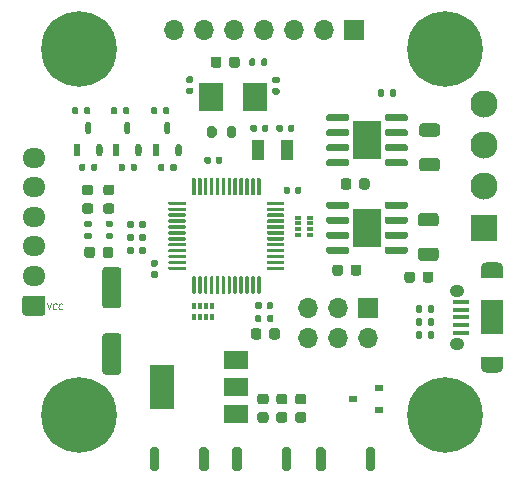
<source format=gbr>
G04 #@! TF.GenerationSoftware,KiCad,Pcbnew,(5.1.7)-1*
G04 #@! TF.CreationDate,2020-12-09T20:39:25+01:00*
G04 #@! TF.ProjectId,Stepper Servo,53746570-7065-4722-9053-6572766f2e6b,v1.0*
G04 #@! TF.SameCoordinates,Original*
G04 #@! TF.FileFunction,Soldermask,Top*
G04 #@! TF.FilePolarity,Negative*
%FSLAX46Y46*%
G04 Gerber Fmt 4.6, Leading zero omitted, Abs format (unit mm)*
G04 Created by KiCad (PCBNEW (5.1.7)-1) date 2020-12-09 20:39:25*
%MOMM*%
%LPD*%
G01*
G04 APERTURE LIST*
%ADD10C,0.100000*%
%ADD11O,1.250000X1.050000*%
%ADD12R,1.350000X0.400000*%
%ADD13O,1.900000X1.000000*%
%ADD14R,1.900000X2.900000*%
%ADD15R,1.900000X0.875000*%
%ADD16C,0.800000*%
%ADD17C,6.400000*%
%ADD18R,0.750001X0.599999*%
%ADD19R,1.700000X1.700000*%
%ADD20O,1.700000X1.700000*%
%ADD21R,2.300000X2.300000*%
%ADD22C,2.300000*%
%ADD23O,1.950000X1.700000*%
%ADD24R,0.537986X1.074609*%
%ADD25R,0.400000X0.500000*%
%ADD26R,0.300000X0.500000*%
%ADD27R,0.500000X0.400000*%
%ADD28R,0.500000X0.300000*%
%ADD29R,2.410000X3.300000*%
%ADD30R,2.000000X3.800000*%
%ADD31R,2.000000X1.500000*%
%ADD32R,1.000000X1.800000*%
%ADD33R,2.000000X2.400000*%
G04 APERTURE END LIST*
D10*
X171543809Y-78026190D02*
X171647976Y-78526190D01*
X171877142Y-78026190D01*
X172272976Y-78478571D02*
X172246190Y-78502380D01*
X172171785Y-78526190D01*
X172124166Y-78526190D01*
X172055714Y-78502380D01*
X172014047Y-78454761D01*
X171996190Y-78407142D01*
X171984285Y-78311904D01*
X171993214Y-78240476D01*
X172028928Y-78145238D01*
X172058690Y-78097619D01*
X172112261Y-78050000D01*
X172186666Y-78026190D01*
X172234285Y-78026190D01*
X172302738Y-78050000D01*
X172323571Y-78073809D01*
X172772976Y-78478571D02*
X172746190Y-78502380D01*
X172671785Y-78526190D01*
X172624166Y-78526190D01*
X172555714Y-78502380D01*
X172514047Y-78454761D01*
X172496190Y-78407142D01*
X172484285Y-78311904D01*
X172493214Y-78240476D01*
X172528928Y-78145238D01*
X172558690Y-78097619D01*
X172612261Y-78050000D01*
X172686666Y-78026190D01*
X172734285Y-78026190D01*
X172802738Y-78050000D01*
X172823571Y-78073809D01*
G36*
G01*
X176450000Y-80550000D02*
X177550000Y-80550000D01*
G75*
G02*
X177800000Y-80800000I0J-250000D01*
G01*
X177800000Y-83800000D01*
G75*
G02*
X177550000Y-84050000I-250000J0D01*
G01*
X176450000Y-84050000D01*
G75*
G02*
X176200000Y-83800000I0J250000D01*
G01*
X176200000Y-80800000D01*
G75*
G02*
X176450000Y-80550000I250000J0D01*
G01*
G37*
G36*
G01*
X176450000Y-74950000D02*
X177550000Y-74950000D01*
G75*
G02*
X177800000Y-75200000I0J-250000D01*
G01*
X177800000Y-78200000D01*
G75*
G02*
X177550000Y-78450000I-250000J0D01*
G01*
X176450000Y-78450000D01*
G75*
G02*
X176200000Y-78200000I0J250000D01*
G01*
X176200000Y-75200000D01*
G75*
G02*
X176450000Y-74950000I250000J0D01*
G01*
G37*
G36*
G01*
X178860000Y-73365000D02*
X178860000Y-73735000D01*
G75*
G02*
X178725000Y-73870000I-135000J0D01*
G01*
X178455000Y-73870000D01*
G75*
G02*
X178320000Y-73735000I0J135000D01*
G01*
X178320000Y-73365000D01*
G75*
G02*
X178455000Y-73230000I135000J0D01*
G01*
X178725000Y-73230000D01*
G75*
G02*
X178860000Y-73365000I0J-135000D01*
G01*
G37*
G36*
G01*
X179880000Y-73365000D02*
X179880000Y-73735000D01*
G75*
G02*
X179745000Y-73870000I-135000J0D01*
G01*
X179475000Y-73870000D01*
G75*
G02*
X179340000Y-73735000I0J135000D01*
G01*
X179340000Y-73365000D01*
G75*
G02*
X179475000Y-73230000I135000J0D01*
G01*
X179745000Y-73230000D01*
G75*
G02*
X179880000Y-73365000I0J-135000D01*
G01*
G37*
G36*
G01*
X179340000Y-71535000D02*
X179340000Y-71165000D01*
G75*
G02*
X179475000Y-71030000I135000J0D01*
G01*
X179745000Y-71030000D01*
G75*
G02*
X179880000Y-71165000I0J-135000D01*
G01*
X179880000Y-71535000D01*
G75*
G02*
X179745000Y-71670000I-135000J0D01*
G01*
X179475000Y-71670000D01*
G75*
G02*
X179340000Y-71535000I0J135000D01*
G01*
G37*
G36*
G01*
X178320000Y-71535000D02*
X178320000Y-71165000D01*
G75*
G02*
X178455000Y-71030000I135000J0D01*
G01*
X178725000Y-71030000D01*
G75*
G02*
X178860000Y-71165000I0J-135000D01*
G01*
X178860000Y-71535000D01*
G75*
G02*
X178725000Y-71670000I-135000J0D01*
G01*
X178455000Y-71670000D01*
G75*
G02*
X178320000Y-71535000I0J135000D01*
G01*
G37*
G36*
G01*
X179340000Y-72635000D02*
X179340000Y-72265000D01*
G75*
G02*
X179475000Y-72130000I135000J0D01*
G01*
X179745000Y-72130000D01*
G75*
G02*
X179880000Y-72265000I0J-135000D01*
G01*
X179880000Y-72635000D01*
G75*
G02*
X179745000Y-72770000I-135000J0D01*
G01*
X179475000Y-72770000D01*
G75*
G02*
X179340000Y-72635000I0J135000D01*
G01*
G37*
G36*
G01*
X178320000Y-72635000D02*
X178320000Y-72265000D01*
G75*
G02*
X178455000Y-72130000I135000J0D01*
G01*
X178725000Y-72130000D01*
G75*
G02*
X178860000Y-72265000I0J-135000D01*
G01*
X178860000Y-72635000D01*
G75*
G02*
X178725000Y-72770000I-135000J0D01*
G01*
X178455000Y-72770000D01*
G75*
G02*
X178320000Y-72635000I0J135000D01*
G01*
G37*
G36*
G01*
X177006250Y-68850000D02*
X176493750Y-68850000D01*
G75*
G02*
X176275000Y-68631250I0J218750D01*
G01*
X176275000Y-68193750D01*
G75*
G02*
X176493750Y-67975000I218750J0D01*
G01*
X177006250Y-67975000D01*
G75*
G02*
X177225000Y-68193750I0J-218750D01*
G01*
X177225000Y-68631250D01*
G75*
G02*
X177006250Y-68850000I-218750J0D01*
G01*
G37*
G36*
G01*
X177006250Y-70425000D02*
X176493750Y-70425000D01*
G75*
G02*
X176275000Y-70206250I0J218750D01*
G01*
X176275000Y-69768750D01*
G75*
G02*
X176493750Y-69550000I218750J0D01*
G01*
X177006250Y-69550000D01*
G75*
G02*
X177225000Y-69768750I0J-218750D01*
G01*
X177225000Y-70206250D01*
G75*
G02*
X177006250Y-70425000I-218750J0D01*
G01*
G37*
G36*
G01*
X174693750Y-69550000D02*
X175206250Y-69550000D01*
G75*
G02*
X175425000Y-69768750I0J-218750D01*
G01*
X175425000Y-70206250D01*
G75*
G02*
X175206250Y-70425000I-218750J0D01*
G01*
X174693750Y-70425000D01*
G75*
G02*
X174475000Y-70206250I0J218750D01*
G01*
X174475000Y-69768750D01*
G75*
G02*
X174693750Y-69550000I218750J0D01*
G01*
G37*
G36*
G01*
X174693750Y-67975000D02*
X175206250Y-67975000D01*
G75*
G02*
X175425000Y-68193750I0J-218750D01*
G01*
X175425000Y-68631250D01*
G75*
G02*
X175206250Y-68850000I-218750J0D01*
G01*
X174693750Y-68850000D01*
G75*
G02*
X174475000Y-68631250I0J218750D01*
G01*
X174475000Y-68193750D01*
G75*
G02*
X174693750Y-67975000I218750J0D01*
G01*
G37*
G36*
G01*
X194300000Y-92000000D02*
X194300000Y-90400000D01*
G75*
G02*
X194500000Y-90200000I200000J0D01*
G01*
X194900000Y-90200000D01*
G75*
G02*
X195100000Y-90400000I0J-200000D01*
G01*
X195100000Y-92000000D01*
G75*
G02*
X194900000Y-92200000I-200000J0D01*
G01*
X194500000Y-92200000D01*
G75*
G02*
X194300000Y-92000000I0J200000D01*
G01*
G37*
G36*
G01*
X198500000Y-92000000D02*
X198500000Y-90400000D01*
G75*
G02*
X198700000Y-90200000I200000J0D01*
G01*
X199100000Y-90200000D01*
G75*
G02*
X199300000Y-90400000I0J-200000D01*
G01*
X199300000Y-92000000D01*
G75*
G02*
X199100000Y-92200000I-200000J0D01*
G01*
X198700000Y-92200000D01*
G75*
G02*
X198500000Y-92000000I0J200000D01*
G01*
G37*
G36*
G01*
X187200000Y-92000000D02*
X187200000Y-90400000D01*
G75*
G02*
X187400000Y-90200000I200000J0D01*
G01*
X187800000Y-90200000D01*
G75*
G02*
X188000000Y-90400000I0J-200000D01*
G01*
X188000000Y-92000000D01*
G75*
G02*
X187800000Y-92200000I-200000J0D01*
G01*
X187400000Y-92200000D01*
G75*
G02*
X187200000Y-92000000I0J200000D01*
G01*
G37*
G36*
G01*
X191400000Y-92000000D02*
X191400000Y-90400000D01*
G75*
G02*
X191600000Y-90200000I200000J0D01*
G01*
X192000000Y-90200000D01*
G75*
G02*
X192200000Y-90400000I0J-200000D01*
G01*
X192200000Y-92000000D01*
G75*
G02*
X192000000Y-92200000I-200000J0D01*
G01*
X191600000Y-92200000D01*
G75*
G02*
X191400000Y-92000000I0J200000D01*
G01*
G37*
G36*
G01*
X185200000Y-90400000D02*
X185200000Y-92000000D01*
G75*
G02*
X185000000Y-92200000I-200000J0D01*
G01*
X184600000Y-92200000D01*
G75*
G02*
X184400000Y-92000000I0J200000D01*
G01*
X184400000Y-90400000D01*
G75*
G02*
X184600000Y-90200000I200000J0D01*
G01*
X185000000Y-90200000D01*
G75*
G02*
X185200000Y-90400000I0J-200000D01*
G01*
G37*
G36*
G01*
X181000000Y-90400000D02*
X181000000Y-92000000D01*
G75*
G02*
X180800000Y-92200000I-200000J0D01*
G01*
X180400000Y-92200000D01*
G75*
G02*
X180200000Y-92000000I0J200000D01*
G01*
X180200000Y-90400000D01*
G75*
G02*
X180400000Y-90200000I200000J0D01*
G01*
X180800000Y-90200000D01*
G75*
G02*
X181000000Y-90400000I0J-200000D01*
G01*
G37*
G36*
G01*
X174640000Y-61885000D02*
X174640000Y-61515000D01*
G75*
G02*
X174775000Y-61380000I135000J0D01*
G01*
X175045000Y-61380000D01*
G75*
G02*
X175180000Y-61515000I0J-135000D01*
G01*
X175180000Y-61885000D01*
G75*
G02*
X175045000Y-62020000I-135000J0D01*
G01*
X174775000Y-62020000D01*
G75*
G02*
X174640000Y-61885000I0J135000D01*
G01*
G37*
G36*
G01*
X173620000Y-61885000D02*
X173620000Y-61515000D01*
G75*
G02*
X173755000Y-61380000I135000J0D01*
G01*
X174025000Y-61380000D01*
G75*
G02*
X174160000Y-61515000I0J-135000D01*
G01*
X174160000Y-61885000D01*
G75*
G02*
X174025000Y-62020000I-135000J0D01*
G01*
X173755000Y-62020000D01*
G75*
G02*
X173620000Y-61885000I0J135000D01*
G01*
G37*
G36*
G01*
X175240000Y-66685000D02*
X175240000Y-66315000D01*
G75*
G02*
X175375000Y-66180000I135000J0D01*
G01*
X175645000Y-66180000D01*
G75*
G02*
X175780000Y-66315000I0J-135000D01*
G01*
X175780000Y-66685000D01*
G75*
G02*
X175645000Y-66820000I-135000J0D01*
G01*
X175375000Y-66820000D01*
G75*
G02*
X175240000Y-66685000I0J135000D01*
G01*
G37*
G36*
G01*
X174220000Y-66685000D02*
X174220000Y-66315000D01*
G75*
G02*
X174355000Y-66180000I135000J0D01*
G01*
X174625000Y-66180000D01*
G75*
G02*
X174760000Y-66315000I0J-135000D01*
G01*
X174760000Y-66685000D01*
G75*
G02*
X174625000Y-66820000I-135000J0D01*
G01*
X174355000Y-66820000D01*
G75*
G02*
X174220000Y-66685000I0J135000D01*
G01*
G37*
G36*
G01*
X181340000Y-61885000D02*
X181340000Y-61515000D01*
G75*
G02*
X181475000Y-61380000I135000J0D01*
G01*
X181745000Y-61380000D01*
G75*
G02*
X181880000Y-61515000I0J-135000D01*
G01*
X181880000Y-61885000D01*
G75*
G02*
X181745000Y-62020000I-135000J0D01*
G01*
X181475000Y-62020000D01*
G75*
G02*
X181340000Y-61885000I0J135000D01*
G01*
G37*
G36*
G01*
X180320000Y-61885000D02*
X180320000Y-61515000D01*
G75*
G02*
X180455000Y-61380000I135000J0D01*
G01*
X180725000Y-61380000D01*
G75*
G02*
X180860000Y-61515000I0J-135000D01*
G01*
X180860000Y-61885000D01*
G75*
G02*
X180725000Y-62020000I-135000J0D01*
G01*
X180455000Y-62020000D01*
G75*
G02*
X180320000Y-61885000I0J135000D01*
G01*
G37*
G36*
G01*
X181940000Y-66685000D02*
X181940000Y-66315000D01*
G75*
G02*
X182075000Y-66180000I135000J0D01*
G01*
X182345000Y-66180000D01*
G75*
G02*
X182480000Y-66315000I0J-135000D01*
G01*
X182480000Y-66685000D01*
G75*
G02*
X182345000Y-66820000I-135000J0D01*
G01*
X182075000Y-66820000D01*
G75*
G02*
X181940000Y-66685000I0J135000D01*
G01*
G37*
G36*
G01*
X180920000Y-66685000D02*
X180920000Y-66315000D01*
G75*
G02*
X181055000Y-66180000I135000J0D01*
G01*
X181325000Y-66180000D01*
G75*
G02*
X181460000Y-66315000I0J-135000D01*
G01*
X181460000Y-66685000D01*
G75*
G02*
X181325000Y-66820000I-135000J0D01*
G01*
X181055000Y-66820000D01*
G75*
G02*
X180920000Y-66685000I0J135000D01*
G01*
G37*
G36*
G01*
X177940000Y-61885000D02*
X177940000Y-61515000D01*
G75*
G02*
X178075000Y-61380000I135000J0D01*
G01*
X178345000Y-61380000D01*
G75*
G02*
X178480000Y-61515000I0J-135000D01*
G01*
X178480000Y-61885000D01*
G75*
G02*
X178345000Y-62020000I-135000J0D01*
G01*
X178075000Y-62020000D01*
G75*
G02*
X177940000Y-61885000I0J135000D01*
G01*
G37*
G36*
G01*
X176920000Y-61885000D02*
X176920000Y-61515000D01*
G75*
G02*
X177055000Y-61380000I135000J0D01*
G01*
X177325000Y-61380000D01*
G75*
G02*
X177460000Y-61515000I0J-135000D01*
G01*
X177460000Y-61885000D01*
G75*
G02*
X177325000Y-62020000I-135000J0D01*
G01*
X177055000Y-62020000D01*
G75*
G02*
X176920000Y-61885000I0J135000D01*
G01*
G37*
G36*
G01*
X178590000Y-66685000D02*
X178590000Y-66315000D01*
G75*
G02*
X178725000Y-66180000I135000J0D01*
G01*
X178995000Y-66180000D01*
G75*
G02*
X179130000Y-66315000I0J-135000D01*
G01*
X179130000Y-66685000D01*
G75*
G02*
X178995000Y-66820000I-135000J0D01*
G01*
X178725000Y-66820000D01*
G75*
G02*
X178590000Y-66685000I0J135000D01*
G01*
G37*
G36*
G01*
X177570000Y-66685000D02*
X177570000Y-66315000D01*
G75*
G02*
X177705000Y-66180000I135000J0D01*
G01*
X177975000Y-66180000D01*
G75*
G02*
X178110000Y-66315000I0J-135000D01*
G01*
X178110000Y-66685000D01*
G75*
G02*
X177975000Y-66820000I-135000J0D01*
G01*
X177705000Y-66820000D01*
G75*
G02*
X177570000Y-66685000I0J135000D01*
G01*
G37*
G36*
G01*
X189160000Y-57415000D02*
X189160000Y-57785000D01*
G75*
G02*
X189025000Y-57920000I-135000J0D01*
G01*
X188755000Y-57920000D01*
G75*
G02*
X188620000Y-57785000I0J135000D01*
G01*
X188620000Y-57415000D01*
G75*
G02*
X188755000Y-57280000I135000J0D01*
G01*
X189025000Y-57280000D01*
G75*
G02*
X189160000Y-57415000I0J-135000D01*
G01*
G37*
G36*
G01*
X190180000Y-57415000D02*
X190180000Y-57785000D01*
G75*
G02*
X190045000Y-57920000I-135000J0D01*
G01*
X189775000Y-57920000D01*
G75*
G02*
X189640000Y-57785000I0J135000D01*
G01*
X189640000Y-57415000D01*
G75*
G02*
X189775000Y-57280000I135000J0D01*
G01*
X190045000Y-57280000D01*
G75*
G02*
X190180000Y-57415000I0J-135000D01*
G01*
G37*
G36*
G01*
X176985000Y-71560000D02*
X176615000Y-71560000D01*
G75*
G02*
X176480000Y-71425000I0J135000D01*
G01*
X176480000Y-71155000D01*
G75*
G02*
X176615000Y-71020000I135000J0D01*
G01*
X176985000Y-71020000D01*
G75*
G02*
X177120000Y-71155000I0J-135000D01*
G01*
X177120000Y-71425000D01*
G75*
G02*
X176985000Y-71560000I-135000J0D01*
G01*
G37*
G36*
G01*
X176985000Y-72580000D02*
X176615000Y-72580000D01*
G75*
G02*
X176480000Y-72445000I0J135000D01*
G01*
X176480000Y-72175000D01*
G75*
G02*
X176615000Y-72040000I135000J0D01*
G01*
X176985000Y-72040000D01*
G75*
G02*
X177120000Y-72175000I0J-135000D01*
G01*
X177120000Y-72445000D01*
G75*
G02*
X176985000Y-72580000I-135000J0D01*
G01*
G37*
G36*
G01*
X174815000Y-72040000D02*
X175185000Y-72040000D01*
G75*
G02*
X175320000Y-72175000I0J-135000D01*
G01*
X175320000Y-72445000D01*
G75*
G02*
X175185000Y-72580000I-135000J0D01*
G01*
X174815000Y-72580000D01*
G75*
G02*
X174680000Y-72445000I0J135000D01*
G01*
X174680000Y-72175000D01*
G75*
G02*
X174815000Y-72040000I135000J0D01*
G01*
G37*
G36*
G01*
X174815000Y-71020000D02*
X175185000Y-71020000D01*
G75*
G02*
X175320000Y-71155000I0J-135000D01*
G01*
X175320000Y-71425000D01*
G75*
G02*
X175185000Y-71560000I-135000J0D01*
G01*
X174815000Y-71560000D01*
G75*
G02*
X174680000Y-71425000I0J135000D01*
G01*
X174680000Y-71155000D01*
G75*
G02*
X174815000Y-71020000I135000J0D01*
G01*
G37*
G36*
G01*
X190140000Y-79485000D02*
X190140000Y-79115000D01*
G75*
G02*
X190275000Y-78980000I135000J0D01*
G01*
X190545000Y-78980000D01*
G75*
G02*
X190680000Y-79115000I0J-135000D01*
G01*
X190680000Y-79485000D01*
G75*
G02*
X190545000Y-79620000I-135000J0D01*
G01*
X190275000Y-79620000D01*
G75*
G02*
X190140000Y-79485000I0J135000D01*
G01*
G37*
G36*
G01*
X189120000Y-79485000D02*
X189120000Y-79115000D01*
G75*
G02*
X189255000Y-78980000I135000J0D01*
G01*
X189525000Y-78980000D01*
G75*
G02*
X189660000Y-79115000I0J-135000D01*
G01*
X189660000Y-79485000D01*
G75*
G02*
X189525000Y-79620000I-135000J0D01*
G01*
X189255000Y-79620000D01*
G75*
G02*
X189120000Y-79485000I0J135000D01*
G01*
G37*
G36*
G01*
X200540000Y-60385000D02*
X200540000Y-60015000D01*
G75*
G02*
X200675000Y-59880000I135000J0D01*
G01*
X200945000Y-59880000D01*
G75*
G02*
X201080000Y-60015000I0J-135000D01*
G01*
X201080000Y-60385000D01*
G75*
G02*
X200945000Y-60520000I-135000J0D01*
G01*
X200675000Y-60520000D01*
G75*
G02*
X200540000Y-60385000I0J135000D01*
G01*
G37*
G36*
G01*
X199520000Y-60385000D02*
X199520000Y-60015000D01*
G75*
G02*
X199655000Y-59880000I135000J0D01*
G01*
X199925000Y-59880000D01*
G75*
G02*
X200060000Y-60015000I0J-135000D01*
G01*
X200060000Y-60385000D01*
G75*
G02*
X199925000Y-60520000I-135000J0D01*
G01*
X199655000Y-60520000D01*
G75*
G02*
X199520000Y-60385000I0J135000D01*
G01*
G37*
G36*
G01*
X183770000Y-59350000D02*
X183430000Y-59350000D01*
G75*
G02*
X183290000Y-59210000I0J140000D01*
G01*
X183290000Y-58930000D01*
G75*
G02*
X183430000Y-58790000I140000J0D01*
G01*
X183770000Y-58790000D01*
G75*
G02*
X183910000Y-58930000I0J-140000D01*
G01*
X183910000Y-59210000D01*
G75*
G02*
X183770000Y-59350000I-140000J0D01*
G01*
G37*
G36*
G01*
X183770000Y-60310000D02*
X183430000Y-60310000D01*
G75*
G02*
X183290000Y-60170000I0J140000D01*
G01*
X183290000Y-59890000D01*
G75*
G02*
X183430000Y-59750000I140000J0D01*
G01*
X183770000Y-59750000D01*
G75*
G02*
X183910000Y-59890000I0J-140000D01*
G01*
X183910000Y-60170000D01*
G75*
G02*
X183770000Y-60310000I-140000J0D01*
G01*
G37*
G36*
G01*
X191070000Y-59380000D02*
X190730000Y-59380000D01*
G75*
G02*
X190590000Y-59240000I0J140000D01*
G01*
X190590000Y-58960000D01*
G75*
G02*
X190730000Y-58820000I140000J0D01*
G01*
X191070000Y-58820000D01*
G75*
G02*
X191210000Y-58960000I0J-140000D01*
G01*
X191210000Y-59240000D01*
G75*
G02*
X191070000Y-59380000I-140000J0D01*
G01*
G37*
G36*
G01*
X191070000Y-60340000D02*
X190730000Y-60340000D01*
G75*
G02*
X190590000Y-60200000I0J140000D01*
G01*
X190590000Y-59920000D01*
G75*
G02*
X190730000Y-59780000I140000J0D01*
G01*
X191070000Y-59780000D01*
G75*
G02*
X191210000Y-59920000I0J-140000D01*
G01*
X191210000Y-60200000D01*
G75*
G02*
X191070000Y-60340000I-140000J0D01*
G01*
G37*
G36*
G01*
X203260000Y-80515000D02*
X203260000Y-80885000D01*
G75*
G02*
X203125000Y-81020000I-135000J0D01*
G01*
X202855000Y-81020000D01*
G75*
G02*
X202720000Y-80885000I0J135000D01*
G01*
X202720000Y-80515000D01*
G75*
G02*
X202855000Y-80380000I135000J0D01*
G01*
X203125000Y-80380000D01*
G75*
G02*
X203260000Y-80515000I0J-135000D01*
G01*
G37*
G36*
G01*
X204280000Y-80515000D02*
X204280000Y-80885000D01*
G75*
G02*
X204145000Y-81020000I-135000J0D01*
G01*
X203875000Y-81020000D01*
G75*
G02*
X203740000Y-80885000I0J135000D01*
G01*
X203740000Y-80515000D01*
G75*
G02*
X203875000Y-80380000I135000J0D01*
G01*
X204145000Y-80380000D01*
G75*
G02*
X204280000Y-80515000I0J-135000D01*
G01*
G37*
G36*
G01*
X203740000Y-79785000D02*
X203740000Y-79415000D01*
G75*
G02*
X203875000Y-79280000I135000J0D01*
G01*
X204145000Y-79280000D01*
G75*
G02*
X204280000Y-79415000I0J-135000D01*
G01*
X204280000Y-79785000D01*
G75*
G02*
X204145000Y-79920000I-135000J0D01*
G01*
X203875000Y-79920000D01*
G75*
G02*
X203740000Y-79785000I0J135000D01*
G01*
G37*
G36*
G01*
X202720000Y-79785000D02*
X202720000Y-79415000D01*
G75*
G02*
X202855000Y-79280000I135000J0D01*
G01*
X203125000Y-79280000D01*
G75*
G02*
X203260000Y-79415000I0J-135000D01*
G01*
X203260000Y-79785000D01*
G75*
G02*
X203125000Y-79920000I-135000J0D01*
G01*
X202855000Y-79920000D01*
G75*
G02*
X202720000Y-79785000I0J135000D01*
G01*
G37*
G36*
G01*
X203260000Y-78315000D02*
X203260000Y-78685000D01*
G75*
G02*
X203125000Y-78820000I-135000J0D01*
G01*
X202855000Y-78820000D01*
G75*
G02*
X202720000Y-78685000I0J135000D01*
G01*
X202720000Y-78315000D01*
G75*
G02*
X202855000Y-78180000I135000J0D01*
G01*
X203125000Y-78180000D01*
G75*
G02*
X203260000Y-78315000I0J-135000D01*
G01*
G37*
G36*
G01*
X204280000Y-78315000D02*
X204280000Y-78685000D01*
G75*
G02*
X204145000Y-78820000I-135000J0D01*
G01*
X203875000Y-78820000D01*
G75*
G02*
X203740000Y-78685000I0J135000D01*
G01*
X203740000Y-78315000D01*
G75*
G02*
X203875000Y-78180000I135000J0D01*
G01*
X204145000Y-78180000D01*
G75*
G02*
X204280000Y-78315000I0J-135000D01*
G01*
G37*
G36*
G01*
X190100000Y-78370000D02*
X190100000Y-78030000D01*
G75*
G02*
X190240000Y-77890000I140000J0D01*
G01*
X190520000Y-77890000D01*
G75*
G02*
X190660000Y-78030000I0J-140000D01*
G01*
X190660000Y-78370000D01*
G75*
G02*
X190520000Y-78510000I-140000J0D01*
G01*
X190240000Y-78510000D01*
G75*
G02*
X190100000Y-78370000I0J140000D01*
G01*
G37*
G36*
G01*
X189140000Y-78370000D02*
X189140000Y-78030000D01*
G75*
G02*
X189280000Y-77890000I140000J0D01*
G01*
X189560000Y-77890000D01*
G75*
G02*
X189700000Y-78030000I0J-140000D01*
G01*
X189700000Y-78370000D01*
G75*
G02*
X189560000Y-78510000I-140000J0D01*
G01*
X189280000Y-78510000D01*
G75*
G02*
X189140000Y-78370000I0J140000D01*
G01*
G37*
G36*
G01*
X185400000Y-65730000D02*
X185400000Y-66070000D01*
G75*
G02*
X185260000Y-66210000I-140000J0D01*
G01*
X184980000Y-66210000D01*
G75*
G02*
X184840000Y-66070000I0J140000D01*
G01*
X184840000Y-65730000D01*
G75*
G02*
X184980000Y-65590000I140000J0D01*
G01*
X185260000Y-65590000D01*
G75*
G02*
X185400000Y-65730000I0J-140000D01*
G01*
G37*
G36*
G01*
X186360000Y-65730000D02*
X186360000Y-66070000D01*
G75*
G02*
X186220000Y-66210000I-140000J0D01*
G01*
X185940000Y-66210000D01*
G75*
G02*
X185800000Y-66070000I0J140000D01*
G01*
X185800000Y-65730000D01*
G75*
G02*
X185940000Y-65590000I140000J0D01*
G01*
X186220000Y-65590000D01*
G75*
G02*
X186360000Y-65730000I0J-140000D01*
G01*
G37*
G36*
G01*
X192100000Y-68280000D02*
X192100000Y-68620000D01*
G75*
G02*
X191960000Y-68760000I-140000J0D01*
G01*
X191680000Y-68760000D01*
G75*
G02*
X191540000Y-68620000I0J140000D01*
G01*
X191540000Y-68280000D01*
G75*
G02*
X191680000Y-68140000I140000J0D01*
G01*
X191960000Y-68140000D01*
G75*
G02*
X192100000Y-68280000I0J-140000D01*
G01*
G37*
G36*
G01*
X193060000Y-68280000D02*
X193060000Y-68620000D01*
G75*
G02*
X192920000Y-68760000I-140000J0D01*
G01*
X192640000Y-68760000D01*
G75*
G02*
X192500000Y-68620000I0J140000D01*
G01*
X192500000Y-68280000D01*
G75*
G02*
X192640000Y-68140000I140000J0D01*
G01*
X192920000Y-68140000D01*
G75*
G02*
X193060000Y-68280000I0J-140000D01*
G01*
G37*
G36*
G01*
X180430000Y-75300000D02*
X180770000Y-75300000D01*
G75*
G02*
X180910000Y-75440000I0J-140000D01*
G01*
X180910000Y-75720000D01*
G75*
G02*
X180770000Y-75860000I-140000J0D01*
G01*
X180430000Y-75860000D01*
G75*
G02*
X180290000Y-75720000I0J140000D01*
G01*
X180290000Y-75440000D01*
G75*
G02*
X180430000Y-75300000I140000J0D01*
G01*
G37*
G36*
G01*
X180430000Y-74340000D02*
X180770000Y-74340000D01*
G75*
G02*
X180910000Y-74480000I0J-140000D01*
G01*
X180910000Y-74760000D01*
G75*
G02*
X180770000Y-74900000I-140000J0D01*
G01*
X180430000Y-74900000D01*
G75*
G02*
X180290000Y-74760000I0J140000D01*
G01*
X180290000Y-74480000D01*
G75*
G02*
X180430000Y-74340000I140000J0D01*
G01*
G37*
D11*
X206200000Y-81425000D03*
D12*
X206525000Y-80500000D03*
X206525000Y-79850000D03*
X206525000Y-79200000D03*
X206525000Y-77900000D03*
D11*
X206200000Y-76975000D03*
D13*
X209200000Y-83375000D03*
X209200000Y-75025000D03*
D12*
X206525000Y-78550000D03*
D14*
X209200000Y-79200000D03*
D15*
X209200000Y-75462500D03*
X209200000Y-82937500D03*
D16*
X175897056Y-85802944D03*
X174200000Y-85100000D03*
X172502944Y-85802944D03*
X171800000Y-87500000D03*
X172502944Y-89197056D03*
X174200000Y-89900000D03*
X175897056Y-89197056D03*
X176600000Y-87500000D03*
D17*
X174200000Y-87500000D03*
D16*
X206897056Y-54802944D03*
X205200000Y-54100000D03*
X203502944Y-54802944D03*
X202800000Y-56500000D03*
X203502944Y-58197056D03*
X205200000Y-58900000D03*
X206897056Y-58197056D03*
X207600000Y-56500000D03*
D17*
X205200000Y-56500000D03*
D16*
X206897056Y-85802944D03*
X205200000Y-85100000D03*
X203502944Y-85802944D03*
X202800000Y-87500000D03*
X203502944Y-89197056D03*
X205200000Y-89900000D03*
X206897056Y-89197056D03*
X207600000Y-87500000D03*
D17*
X205200000Y-87500000D03*
D16*
X175897056Y-54802944D03*
X174200000Y-54100000D03*
X172502944Y-54802944D03*
X171800000Y-56500000D03*
X172502944Y-58197056D03*
X174200000Y-58900000D03*
X175897056Y-58197056D03*
X176600000Y-56500000D03*
D17*
X174200000Y-56500000D03*
G36*
G01*
X203325000Y-76050000D02*
X203325000Y-75550000D01*
G75*
G02*
X203550000Y-75325000I225000J0D01*
G01*
X204000000Y-75325000D01*
G75*
G02*
X204225000Y-75550000I0J-225000D01*
G01*
X204225000Y-76050000D01*
G75*
G02*
X204000000Y-76275000I-225000J0D01*
G01*
X203550000Y-76275000D01*
G75*
G02*
X203325000Y-76050000I0J225000D01*
G01*
G37*
G36*
G01*
X201775000Y-76050000D02*
X201775000Y-75550000D01*
G75*
G02*
X202000000Y-75325000I225000J0D01*
G01*
X202450000Y-75325000D01*
G75*
G02*
X202675000Y-75550000I0J-225000D01*
G01*
X202675000Y-76050000D01*
G75*
G02*
X202450000Y-76275000I-225000J0D01*
G01*
X202000000Y-76275000D01*
G75*
G02*
X201775000Y-76050000I0J225000D01*
G01*
G37*
G36*
G01*
X198825000Y-67650000D02*
X198825000Y-68150000D01*
G75*
G02*
X198600000Y-68375000I-225000J0D01*
G01*
X198150000Y-68375000D01*
G75*
G02*
X197925000Y-68150000I0J225000D01*
G01*
X197925000Y-67650000D01*
G75*
G02*
X198150000Y-67425000I225000J0D01*
G01*
X198600000Y-67425000D01*
G75*
G02*
X198825000Y-67650000I0J-225000D01*
G01*
G37*
G36*
G01*
X197275000Y-67650000D02*
X197275000Y-68150000D01*
G75*
G02*
X197050000Y-68375000I-225000J0D01*
G01*
X196600000Y-68375000D01*
G75*
G02*
X196375000Y-68150000I0J225000D01*
G01*
X196375000Y-67650000D01*
G75*
G02*
X196600000Y-67425000I225000J0D01*
G01*
X197050000Y-67425000D01*
G75*
G02*
X197275000Y-67650000I0J-225000D01*
G01*
G37*
G36*
G01*
X196575000Y-74950000D02*
X196575000Y-75450000D01*
G75*
G02*
X196350000Y-75675000I-225000J0D01*
G01*
X195900000Y-75675000D01*
G75*
G02*
X195675000Y-75450000I0J225000D01*
G01*
X195675000Y-74950000D01*
G75*
G02*
X195900000Y-74725000I225000J0D01*
G01*
X196350000Y-74725000D01*
G75*
G02*
X196575000Y-74950000I0J-225000D01*
G01*
G37*
G36*
G01*
X198125000Y-74950000D02*
X198125000Y-75450000D01*
G75*
G02*
X197900000Y-75675000I-225000J0D01*
G01*
X197450000Y-75675000D01*
G75*
G02*
X197225000Y-75450000I0J225000D01*
G01*
X197225000Y-74950000D01*
G75*
G02*
X197450000Y-74725000I225000J0D01*
G01*
X197900000Y-74725000D01*
G75*
G02*
X198125000Y-74950000I0J-225000D01*
G01*
G37*
G36*
G01*
X192460000Y-63030000D02*
X192460000Y-63370000D01*
G75*
G02*
X192320000Y-63510000I-140000J0D01*
G01*
X192040000Y-63510000D01*
G75*
G02*
X191900000Y-63370000I0J140000D01*
G01*
X191900000Y-63030000D01*
G75*
G02*
X192040000Y-62890000I140000J0D01*
G01*
X192320000Y-62890000D01*
G75*
G02*
X192460000Y-63030000I0J-140000D01*
G01*
G37*
G36*
G01*
X191500000Y-63030000D02*
X191500000Y-63370000D01*
G75*
G02*
X191360000Y-63510000I-140000J0D01*
G01*
X191080000Y-63510000D01*
G75*
G02*
X190940000Y-63370000I0J140000D01*
G01*
X190940000Y-63030000D01*
G75*
G02*
X191080000Y-62890000I140000J0D01*
G01*
X191360000Y-62890000D01*
G75*
G02*
X191500000Y-63030000I0J-140000D01*
G01*
G37*
G36*
G01*
X189700000Y-63370000D02*
X189700000Y-63030000D01*
G75*
G02*
X189840000Y-62890000I140000J0D01*
G01*
X190120000Y-62890000D01*
G75*
G02*
X190260000Y-63030000I0J-140000D01*
G01*
X190260000Y-63370000D01*
G75*
G02*
X190120000Y-63510000I-140000J0D01*
G01*
X189840000Y-63510000D01*
G75*
G02*
X189700000Y-63370000I0J140000D01*
G01*
G37*
G36*
G01*
X188740000Y-63370000D02*
X188740000Y-63030000D01*
G75*
G02*
X188880000Y-62890000I140000J0D01*
G01*
X189160000Y-62890000D01*
G75*
G02*
X189300000Y-63030000I0J-140000D01*
G01*
X189300000Y-63370000D01*
G75*
G02*
X189160000Y-63510000I-140000J0D01*
G01*
X188880000Y-63510000D01*
G75*
G02*
X188740000Y-63370000I0J140000D01*
G01*
G37*
G36*
G01*
X188775000Y-80850000D02*
X188775000Y-80350000D01*
G75*
G02*
X189000000Y-80125000I225000J0D01*
G01*
X189450000Y-80125000D01*
G75*
G02*
X189675000Y-80350000I0J-225000D01*
G01*
X189675000Y-80850000D01*
G75*
G02*
X189450000Y-81075000I-225000J0D01*
G01*
X189000000Y-81075000D01*
G75*
G02*
X188775000Y-80850000I0J225000D01*
G01*
G37*
G36*
G01*
X190325000Y-80850000D02*
X190325000Y-80350000D01*
G75*
G02*
X190550000Y-80125000I225000J0D01*
G01*
X191000000Y-80125000D01*
G75*
G02*
X191225000Y-80350000I0J-225000D01*
G01*
X191225000Y-80850000D01*
G75*
G02*
X191000000Y-81075000I-225000J0D01*
G01*
X190550000Y-81075000D01*
G75*
G02*
X190325000Y-80850000I0J225000D01*
G01*
G37*
G36*
G01*
X185375000Y-57850000D02*
X185375000Y-57350000D01*
G75*
G02*
X185600000Y-57125000I225000J0D01*
G01*
X186050000Y-57125000D01*
G75*
G02*
X186275000Y-57350000I0J-225000D01*
G01*
X186275000Y-57850000D01*
G75*
G02*
X186050000Y-58075000I-225000J0D01*
G01*
X185600000Y-58075000D01*
G75*
G02*
X185375000Y-57850000I0J225000D01*
G01*
G37*
G36*
G01*
X186925000Y-57850000D02*
X186925000Y-57350000D01*
G75*
G02*
X187150000Y-57125000I225000J0D01*
G01*
X187600000Y-57125000D01*
G75*
G02*
X187825000Y-57350000I0J-225000D01*
G01*
X187825000Y-57850000D01*
G75*
G02*
X187600000Y-58075000I-225000J0D01*
G01*
X187150000Y-58075000D01*
G75*
G02*
X186925000Y-57850000I0J225000D01*
G01*
G37*
G36*
G01*
X193250000Y-88125000D02*
X192750000Y-88125000D01*
G75*
G02*
X192525000Y-87900000I0J225000D01*
G01*
X192525000Y-87450000D01*
G75*
G02*
X192750000Y-87225000I225000J0D01*
G01*
X193250000Y-87225000D01*
G75*
G02*
X193475000Y-87450000I0J-225000D01*
G01*
X193475000Y-87900000D01*
G75*
G02*
X193250000Y-88125000I-225000J0D01*
G01*
G37*
G36*
G01*
X193250000Y-86575000D02*
X192750000Y-86575000D01*
G75*
G02*
X192525000Y-86350000I0J225000D01*
G01*
X192525000Y-85900000D01*
G75*
G02*
X192750000Y-85675000I225000J0D01*
G01*
X193250000Y-85675000D01*
G75*
G02*
X193475000Y-85900000I0J-225000D01*
G01*
X193475000Y-86350000D01*
G75*
G02*
X193250000Y-86575000I-225000J0D01*
G01*
G37*
G36*
G01*
X191650000Y-86575000D02*
X191150000Y-86575000D01*
G75*
G02*
X190925000Y-86350000I0J225000D01*
G01*
X190925000Y-85900000D01*
G75*
G02*
X191150000Y-85675000I225000J0D01*
G01*
X191650000Y-85675000D01*
G75*
G02*
X191875000Y-85900000I0J-225000D01*
G01*
X191875000Y-86350000D01*
G75*
G02*
X191650000Y-86575000I-225000J0D01*
G01*
G37*
G36*
G01*
X191650000Y-88125000D02*
X191150000Y-88125000D01*
G75*
G02*
X190925000Y-87900000I0J225000D01*
G01*
X190925000Y-87450000D01*
G75*
G02*
X191150000Y-87225000I225000J0D01*
G01*
X191650000Y-87225000D01*
G75*
G02*
X191875000Y-87450000I0J-225000D01*
G01*
X191875000Y-87900000D01*
G75*
G02*
X191650000Y-88125000I-225000J0D01*
G01*
G37*
G36*
G01*
X175575000Y-73450000D02*
X175575000Y-73950000D01*
G75*
G02*
X175350000Y-74175000I-225000J0D01*
G01*
X174900000Y-74175000D01*
G75*
G02*
X174675000Y-73950000I0J225000D01*
G01*
X174675000Y-73450000D01*
G75*
G02*
X174900000Y-73225000I225000J0D01*
G01*
X175350000Y-73225000D01*
G75*
G02*
X175575000Y-73450000I0J-225000D01*
G01*
G37*
G36*
G01*
X177125000Y-73450000D02*
X177125000Y-73950000D01*
G75*
G02*
X176900000Y-74175000I-225000J0D01*
G01*
X176450000Y-74175000D01*
G75*
G02*
X176225000Y-73950000I0J225000D01*
G01*
X176225000Y-73450000D01*
G75*
G02*
X176450000Y-73225000I225000J0D01*
G01*
X176900000Y-73225000D01*
G75*
G02*
X177125000Y-73450000I0J-225000D01*
G01*
G37*
G36*
G01*
X190050000Y-88125000D02*
X189550000Y-88125000D01*
G75*
G02*
X189325000Y-87900000I0J225000D01*
G01*
X189325000Y-87450000D01*
G75*
G02*
X189550000Y-87225000I225000J0D01*
G01*
X190050000Y-87225000D01*
G75*
G02*
X190275000Y-87450000I0J-225000D01*
G01*
X190275000Y-87900000D01*
G75*
G02*
X190050000Y-88125000I-225000J0D01*
G01*
G37*
G36*
G01*
X190050000Y-86575000D02*
X189550000Y-86575000D01*
G75*
G02*
X189325000Y-86350000I0J225000D01*
G01*
X189325000Y-85900000D01*
G75*
G02*
X189550000Y-85675000I225000J0D01*
G01*
X190050000Y-85675000D01*
G75*
G02*
X190275000Y-85900000I0J-225000D01*
G01*
X190275000Y-86350000D01*
G75*
G02*
X190050000Y-86575000I-225000J0D01*
G01*
G37*
D18*
X199650000Y-87050001D03*
X199650000Y-85150002D03*
X197450000Y-86100001D03*
D19*
X198700000Y-78400000D03*
D20*
X198700000Y-80940000D03*
X196160000Y-78400000D03*
X196160000Y-80940000D03*
X193620000Y-78400000D03*
X193620000Y-80940000D03*
D21*
X208500000Y-71600000D03*
D22*
X208500000Y-68100000D03*
X208500000Y-64600000D03*
X208500000Y-61100000D03*
D19*
X197500000Y-54900000D03*
D20*
X194960000Y-54900000D03*
X192420000Y-54900000D03*
X189880000Y-54900000D03*
X187340000Y-54900000D03*
X184800000Y-54900000D03*
X182260000Y-54900000D03*
G36*
G01*
X171125000Y-79050000D02*
X169675000Y-79050000D01*
G75*
G02*
X169425000Y-78800000I0J250000D01*
G01*
X169425000Y-77600000D01*
G75*
G02*
X169675000Y-77350000I250000J0D01*
G01*
X171125000Y-77350000D01*
G75*
G02*
X171375000Y-77600000I0J-250000D01*
G01*
X171375000Y-78800000D01*
G75*
G02*
X171125000Y-79050000I-250000J0D01*
G01*
G37*
D23*
X170400000Y-75700000D03*
X170400000Y-73200000D03*
X170400000Y-70700000D03*
X170400000Y-68200000D03*
X170400000Y-65700000D03*
G36*
G01*
X178300000Y-63702304D02*
X178300000Y-63702304D01*
G75*
G02*
X178031007Y-63433311I0J268993D01*
G01*
X178031007Y-62896689D01*
G75*
G02*
X178300000Y-62627696I268993J0D01*
G01*
X178300000Y-62627696D01*
G75*
G02*
X178568993Y-62896689I0J-268993D01*
G01*
X178568993Y-63433311D01*
G75*
G02*
X178300000Y-63702304I-268993J0D01*
G01*
G37*
G36*
G01*
X179250000Y-65572303D02*
X179250000Y-65572303D01*
G75*
G02*
X178981007Y-65303310I0J268993D01*
G01*
X178981007Y-64766688D01*
G75*
G02*
X179250000Y-64497695I268993J0D01*
G01*
X179250000Y-64497695D01*
G75*
G02*
X179518993Y-64766688I0J-268993D01*
G01*
X179518993Y-65303310D01*
G75*
G02*
X179250000Y-65572303I-268993J0D01*
G01*
G37*
D24*
X177350000Y-65035000D03*
X180750000Y-65035000D03*
G36*
G01*
X182650000Y-65572303D02*
X182650000Y-65572303D01*
G75*
G02*
X182381007Y-65303310I0J268993D01*
G01*
X182381007Y-64766688D01*
G75*
G02*
X182650000Y-64497695I268993J0D01*
G01*
X182650000Y-64497695D01*
G75*
G02*
X182918993Y-64766688I0J-268993D01*
G01*
X182918993Y-65303310D01*
G75*
G02*
X182650000Y-65572303I-268993J0D01*
G01*
G37*
G36*
G01*
X181700000Y-63702304D02*
X181700000Y-63702304D01*
G75*
G02*
X181431007Y-63433311I0J268993D01*
G01*
X181431007Y-62896689D01*
G75*
G02*
X181700000Y-62627696I268993J0D01*
G01*
X181700000Y-62627696D01*
G75*
G02*
X181968993Y-62896689I0J-268993D01*
G01*
X181968993Y-63433311D01*
G75*
G02*
X181700000Y-63702304I-268993J0D01*
G01*
G37*
X174050000Y-65035000D03*
G36*
G01*
X175950000Y-65572303D02*
X175950000Y-65572303D01*
G75*
G02*
X175681007Y-65303310I0J268993D01*
G01*
X175681007Y-64766688D01*
G75*
G02*
X175950000Y-64497695I268993J0D01*
G01*
X175950000Y-64497695D01*
G75*
G02*
X176218993Y-64766688I0J-268993D01*
G01*
X176218993Y-65303310D01*
G75*
G02*
X175950000Y-65572303I-268993J0D01*
G01*
G37*
G36*
G01*
X175000000Y-63702304D02*
X175000000Y-63702304D01*
G75*
G02*
X174731007Y-63433311I0J268993D01*
G01*
X174731007Y-62896689D01*
G75*
G02*
X175000000Y-62627696I268993J0D01*
G01*
X175000000Y-62627696D01*
G75*
G02*
X175268993Y-62896689I0J-268993D01*
G01*
X175268993Y-63433311D01*
G75*
G02*
X175000000Y-63702304I-268993J0D01*
G01*
G37*
G36*
G01*
X204525002Y-63900000D02*
X203274998Y-63900000D01*
G75*
G02*
X203025000Y-63650002I0J249998D01*
G01*
X203025000Y-63024998D01*
G75*
G02*
X203274998Y-62775000I249998J0D01*
G01*
X204525002Y-62775000D01*
G75*
G02*
X204775000Y-63024998I0J-249998D01*
G01*
X204775000Y-63650002D01*
G75*
G02*
X204525002Y-63900000I-249998J0D01*
G01*
G37*
G36*
G01*
X204525002Y-66825000D02*
X203274998Y-66825000D01*
G75*
G02*
X203025000Y-66575002I0J249998D01*
G01*
X203025000Y-65949998D01*
G75*
G02*
X203274998Y-65700000I249998J0D01*
G01*
X204525002Y-65700000D01*
G75*
G02*
X204775000Y-65949998I0J-249998D01*
G01*
X204775000Y-66575002D01*
G75*
G02*
X204525002Y-66825000I-249998J0D01*
G01*
G37*
G36*
G01*
X204425002Y-74425000D02*
X203174998Y-74425000D01*
G75*
G02*
X202925000Y-74175002I0J249998D01*
G01*
X202925000Y-73549998D01*
G75*
G02*
X203174998Y-73300000I249998J0D01*
G01*
X204425002Y-73300000D01*
G75*
G02*
X204675000Y-73549998I0J-249998D01*
G01*
X204675000Y-74175002D01*
G75*
G02*
X204425002Y-74425000I-249998J0D01*
G01*
G37*
G36*
G01*
X204425002Y-71500000D02*
X203174998Y-71500000D01*
G75*
G02*
X202925000Y-71250002I0J249998D01*
G01*
X202925000Y-70624998D01*
G75*
G02*
X203174998Y-70375000I249998J0D01*
G01*
X204425002Y-70375000D01*
G75*
G02*
X204675000Y-70624998I0J-249998D01*
G01*
X204675000Y-71250002D01*
G75*
G02*
X204425002Y-71500000I-249998J0D01*
G01*
G37*
G36*
G01*
X187525000Y-63225000D02*
X187525000Y-63775000D01*
G75*
G02*
X187325000Y-63975000I-200000J0D01*
G01*
X186925000Y-63975000D01*
G75*
G02*
X186725000Y-63775000I0J200000D01*
G01*
X186725000Y-63225000D01*
G75*
G02*
X186925000Y-63025000I200000J0D01*
G01*
X187325000Y-63025000D01*
G75*
G02*
X187525000Y-63225000I0J-200000D01*
G01*
G37*
G36*
G01*
X185875000Y-63225000D02*
X185875000Y-63775000D01*
G75*
G02*
X185675000Y-63975000I-200000J0D01*
G01*
X185275000Y-63975000D01*
G75*
G02*
X185075000Y-63775000I0J200000D01*
G01*
X185075000Y-63225000D01*
G75*
G02*
X185275000Y-63025000I200000J0D01*
G01*
X185675000Y-63025000D01*
G75*
G02*
X185875000Y-63225000I0J-200000D01*
G01*
G37*
D25*
X185450000Y-78200000D03*
D26*
X184950000Y-78200000D03*
D25*
X183950000Y-78200000D03*
D26*
X184450000Y-78200000D03*
D25*
X185450000Y-79200000D03*
D26*
X184450000Y-79200000D03*
X184950000Y-79200000D03*
D25*
X183950000Y-79200000D03*
D27*
X193800000Y-72250000D03*
D28*
X193800000Y-71250000D03*
X193800000Y-71750000D03*
D27*
X193800000Y-70750000D03*
D28*
X192800000Y-71750000D03*
D27*
X192800000Y-72250000D03*
D28*
X192800000Y-71250000D03*
D27*
X192800000Y-70750000D03*
G36*
G01*
X195150000Y-62445000D02*
X195150000Y-62145000D01*
G75*
G02*
X195300000Y-61995000I150000J0D01*
G01*
X196950000Y-61995000D01*
G75*
G02*
X197100000Y-62145000I0J-150000D01*
G01*
X197100000Y-62445000D01*
G75*
G02*
X196950000Y-62595000I-150000J0D01*
G01*
X195300000Y-62595000D01*
G75*
G02*
X195150000Y-62445000I0J150000D01*
G01*
G37*
G36*
G01*
X195150000Y-63715000D02*
X195150000Y-63415000D01*
G75*
G02*
X195300000Y-63265000I150000J0D01*
G01*
X196950000Y-63265000D01*
G75*
G02*
X197100000Y-63415000I0J-150000D01*
G01*
X197100000Y-63715000D01*
G75*
G02*
X196950000Y-63865000I-150000J0D01*
G01*
X195300000Y-63865000D01*
G75*
G02*
X195150000Y-63715000I0J150000D01*
G01*
G37*
G36*
G01*
X195150000Y-64985000D02*
X195150000Y-64685000D01*
G75*
G02*
X195300000Y-64535000I150000J0D01*
G01*
X196950000Y-64535000D01*
G75*
G02*
X197100000Y-64685000I0J-150000D01*
G01*
X197100000Y-64985000D01*
G75*
G02*
X196950000Y-65135000I-150000J0D01*
G01*
X195300000Y-65135000D01*
G75*
G02*
X195150000Y-64985000I0J150000D01*
G01*
G37*
G36*
G01*
X195150000Y-66255000D02*
X195150000Y-65955000D01*
G75*
G02*
X195300000Y-65805000I150000J0D01*
G01*
X196950000Y-65805000D01*
G75*
G02*
X197100000Y-65955000I0J-150000D01*
G01*
X197100000Y-66255000D01*
G75*
G02*
X196950000Y-66405000I-150000J0D01*
G01*
X195300000Y-66405000D01*
G75*
G02*
X195150000Y-66255000I0J150000D01*
G01*
G37*
G36*
G01*
X200100000Y-66255000D02*
X200100000Y-65955000D01*
G75*
G02*
X200250000Y-65805000I150000J0D01*
G01*
X201900000Y-65805000D01*
G75*
G02*
X202050000Y-65955000I0J-150000D01*
G01*
X202050000Y-66255000D01*
G75*
G02*
X201900000Y-66405000I-150000J0D01*
G01*
X200250000Y-66405000D01*
G75*
G02*
X200100000Y-66255000I0J150000D01*
G01*
G37*
G36*
G01*
X200100000Y-64985000D02*
X200100000Y-64685000D01*
G75*
G02*
X200250000Y-64535000I150000J0D01*
G01*
X201900000Y-64535000D01*
G75*
G02*
X202050000Y-64685000I0J-150000D01*
G01*
X202050000Y-64985000D01*
G75*
G02*
X201900000Y-65135000I-150000J0D01*
G01*
X200250000Y-65135000D01*
G75*
G02*
X200100000Y-64985000I0J150000D01*
G01*
G37*
G36*
G01*
X200100000Y-63715000D02*
X200100000Y-63415000D01*
G75*
G02*
X200250000Y-63265000I150000J0D01*
G01*
X201900000Y-63265000D01*
G75*
G02*
X202050000Y-63415000I0J-150000D01*
G01*
X202050000Y-63715000D01*
G75*
G02*
X201900000Y-63865000I-150000J0D01*
G01*
X200250000Y-63865000D01*
G75*
G02*
X200100000Y-63715000I0J150000D01*
G01*
G37*
G36*
G01*
X200100000Y-62445000D02*
X200100000Y-62145000D01*
G75*
G02*
X200250000Y-61995000I150000J0D01*
G01*
X201900000Y-61995000D01*
G75*
G02*
X202050000Y-62145000I0J-150000D01*
G01*
X202050000Y-62445000D01*
G75*
G02*
X201900000Y-62595000I-150000J0D01*
G01*
X200250000Y-62595000D01*
G75*
G02*
X200100000Y-62445000I0J150000D01*
G01*
G37*
D29*
X198600000Y-64200000D03*
G36*
G01*
X189375000Y-67400000D02*
X189525000Y-67400000D01*
G75*
G02*
X189600000Y-67475000I0J-75000D01*
G01*
X189600000Y-68800000D01*
G75*
G02*
X189525000Y-68875000I-75000J0D01*
G01*
X189375000Y-68875000D01*
G75*
G02*
X189300000Y-68800000I0J75000D01*
G01*
X189300000Y-67475000D01*
G75*
G02*
X189375000Y-67400000I75000J0D01*
G01*
G37*
G36*
G01*
X188875000Y-67400000D02*
X189025000Y-67400000D01*
G75*
G02*
X189100000Y-67475000I0J-75000D01*
G01*
X189100000Y-68800000D01*
G75*
G02*
X189025000Y-68875000I-75000J0D01*
G01*
X188875000Y-68875000D01*
G75*
G02*
X188800000Y-68800000I0J75000D01*
G01*
X188800000Y-67475000D01*
G75*
G02*
X188875000Y-67400000I75000J0D01*
G01*
G37*
G36*
G01*
X188375000Y-67400000D02*
X188525000Y-67400000D01*
G75*
G02*
X188600000Y-67475000I0J-75000D01*
G01*
X188600000Y-68800000D01*
G75*
G02*
X188525000Y-68875000I-75000J0D01*
G01*
X188375000Y-68875000D01*
G75*
G02*
X188300000Y-68800000I0J75000D01*
G01*
X188300000Y-67475000D01*
G75*
G02*
X188375000Y-67400000I75000J0D01*
G01*
G37*
G36*
G01*
X187875000Y-67400000D02*
X188025000Y-67400000D01*
G75*
G02*
X188100000Y-67475000I0J-75000D01*
G01*
X188100000Y-68800000D01*
G75*
G02*
X188025000Y-68875000I-75000J0D01*
G01*
X187875000Y-68875000D01*
G75*
G02*
X187800000Y-68800000I0J75000D01*
G01*
X187800000Y-67475000D01*
G75*
G02*
X187875000Y-67400000I75000J0D01*
G01*
G37*
G36*
G01*
X187375000Y-67400000D02*
X187525000Y-67400000D01*
G75*
G02*
X187600000Y-67475000I0J-75000D01*
G01*
X187600000Y-68800000D01*
G75*
G02*
X187525000Y-68875000I-75000J0D01*
G01*
X187375000Y-68875000D01*
G75*
G02*
X187300000Y-68800000I0J75000D01*
G01*
X187300000Y-67475000D01*
G75*
G02*
X187375000Y-67400000I75000J0D01*
G01*
G37*
G36*
G01*
X186875000Y-67400000D02*
X187025000Y-67400000D01*
G75*
G02*
X187100000Y-67475000I0J-75000D01*
G01*
X187100000Y-68800000D01*
G75*
G02*
X187025000Y-68875000I-75000J0D01*
G01*
X186875000Y-68875000D01*
G75*
G02*
X186800000Y-68800000I0J75000D01*
G01*
X186800000Y-67475000D01*
G75*
G02*
X186875000Y-67400000I75000J0D01*
G01*
G37*
G36*
G01*
X186375000Y-67400000D02*
X186525000Y-67400000D01*
G75*
G02*
X186600000Y-67475000I0J-75000D01*
G01*
X186600000Y-68800000D01*
G75*
G02*
X186525000Y-68875000I-75000J0D01*
G01*
X186375000Y-68875000D01*
G75*
G02*
X186300000Y-68800000I0J75000D01*
G01*
X186300000Y-67475000D01*
G75*
G02*
X186375000Y-67400000I75000J0D01*
G01*
G37*
G36*
G01*
X185875000Y-67400000D02*
X186025000Y-67400000D01*
G75*
G02*
X186100000Y-67475000I0J-75000D01*
G01*
X186100000Y-68800000D01*
G75*
G02*
X186025000Y-68875000I-75000J0D01*
G01*
X185875000Y-68875000D01*
G75*
G02*
X185800000Y-68800000I0J75000D01*
G01*
X185800000Y-67475000D01*
G75*
G02*
X185875000Y-67400000I75000J0D01*
G01*
G37*
G36*
G01*
X185375000Y-67400000D02*
X185525000Y-67400000D01*
G75*
G02*
X185600000Y-67475000I0J-75000D01*
G01*
X185600000Y-68800000D01*
G75*
G02*
X185525000Y-68875000I-75000J0D01*
G01*
X185375000Y-68875000D01*
G75*
G02*
X185300000Y-68800000I0J75000D01*
G01*
X185300000Y-67475000D01*
G75*
G02*
X185375000Y-67400000I75000J0D01*
G01*
G37*
G36*
G01*
X184875000Y-67400000D02*
X185025000Y-67400000D01*
G75*
G02*
X185100000Y-67475000I0J-75000D01*
G01*
X185100000Y-68800000D01*
G75*
G02*
X185025000Y-68875000I-75000J0D01*
G01*
X184875000Y-68875000D01*
G75*
G02*
X184800000Y-68800000I0J75000D01*
G01*
X184800000Y-67475000D01*
G75*
G02*
X184875000Y-67400000I75000J0D01*
G01*
G37*
G36*
G01*
X184375000Y-67400000D02*
X184525000Y-67400000D01*
G75*
G02*
X184600000Y-67475000I0J-75000D01*
G01*
X184600000Y-68800000D01*
G75*
G02*
X184525000Y-68875000I-75000J0D01*
G01*
X184375000Y-68875000D01*
G75*
G02*
X184300000Y-68800000I0J75000D01*
G01*
X184300000Y-67475000D01*
G75*
G02*
X184375000Y-67400000I75000J0D01*
G01*
G37*
G36*
G01*
X183875000Y-67400000D02*
X184025000Y-67400000D01*
G75*
G02*
X184100000Y-67475000I0J-75000D01*
G01*
X184100000Y-68800000D01*
G75*
G02*
X184025000Y-68875000I-75000J0D01*
G01*
X183875000Y-68875000D01*
G75*
G02*
X183800000Y-68800000I0J75000D01*
G01*
X183800000Y-67475000D01*
G75*
G02*
X183875000Y-67400000I75000J0D01*
G01*
G37*
G36*
G01*
X181875000Y-69400000D02*
X183200000Y-69400000D01*
G75*
G02*
X183275000Y-69475000I0J-75000D01*
G01*
X183275000Y-69625000D01*
G75*
G02*
X183200000Y-69700000I-75000J0D01*
G01*
X181875000Y-69700000D01*
G75*
G02*
X181800000Y-69625000I0J75000D01*
G01*
X181800000Y-69475000D01*
G75*
G02*
X181875000Y-69400000I75000J0D01*
G01*
G37*
G36*
G01*
X181875000Y-69900000D02*
X183200000Y-69900000D01*
G75*
G02*
X183275000Y-69975000I0J-75000D01*
G01*
X183275000Y-70125000D01*
G75*
G02*
X183200000Y-70200000I-75000J0D01*
G01*
X181875000Y-70200000D01*
G75*
G02*
X181800000Y-70125000I0J75000D01*
G01*
X181800000Y-69975000D01*
G75*
G02*
X181875000Y-69900000I75000J0D01*
G01*
G37*
G36*
G01*
X181875000Y-70400000D02*
X183200000Y-70400000D01*
G75*
G02*
X183275000Y-70475000I0J-75000D01*
G01*
X183275000Y-70625000D01*
G75*
G02*
X183200000Y-70700000I-75000J0D01*
G01*
X181875000Y-70700000D01*
G75*
G02*
X181800000Y-70625000I0J75000D01*
G01*
X181800000Y-70475000D01*
G75*
G02*
X181875000Y-70400000I75000J0D01*
G01*
G37*
G36*
G01*
X181875000Y-70900000D02*
X183200000Y-70900000D01*
G75*
G02*
X183275000Y-70975000I0J-75000D01*
G01*
X183275000Y-71125000D01*
G75*
G02*
X183200000Y-71200000I-75000J0D01*
G01*
X181875000Y-71200000D01*
G75*
G02*
X181800000Y-71125000I0J75000D01*
G01*
X181800000Y-70975000D01*
G75*
G02*
X181875000Y-70900000I75000J0D01*
G01*
G37*
G36*
G01*
X181875000Y-71400000D02*
X183200000Y-71400000D01*
G75*
G02*
X183275000Y-71475000I0J-75000D01*
G01*
X183275000Y-71625000D01*
G75*
G02*
X183200000Y-71700000I-75000J0D01*
G01*
X181875000Y-71700000D01*
G75*
G02*
X181800000Y-71625000I0J75000D01*
G01*
X181800000Y-71475000D01*
G75*
G02*
X181875000Y-71400000I75000J0D01*
G01*
G37*
G36*
G01*
X181875000Y-71900000D02*
X183200000Y-71900000D01*
G75*
G02*
X183275000Y-71975000I0J-75000D01*
G01*
X183275000Y-72125000D01*
G75*
G02*
X183200000Y-72200000I-75000J0D01*
G01*
X181875000Y-72200000D01*
G75*
G02*
X181800000Y-72125000I0J75000D01*
G01*
X181800000Y-71975000D01*
G75*
G02*
X181875000Y-71900000I75000J0D01*
G01*
G37*
G36*
G01*
X181875000Y-72400000D02*
X183200000Y-72400000D01*
G75*
G02*
X183275000Y-72475000I0J-75000D01*
G01*
X183275000Y-72625000D01*
G75*
G02*
X183200000Y-72700000I-75000J0D01*
G01*
X181875000Y-72700000D01*
G75*
G02*
X181800000Y-72625000I0J75000D01*
G01*
X181800000Y-72475000D01*
G75*
G02*
X181875000Y-72400000I75000J0D01*
G01*
G37*
G36*
G01*
X181875000Y-72900000D02*
X183200000Y-72900000D01*
G75*
G02*
X183275000Y-72975000I0J-75000D01*
G01*
X183275000Y-73125000D01*
G75*
G02*
X183200000Y-73200000I-75000J0D01*
G01*
X181875000Y-73200000D01*
G75*
G02*
X181800000Y-73125000I0J75000D01*
G01*
X181800000Y-72975000D01*
G75*
G02*
X181875000Y-72900000I75000J0D01*
G01*
G37*
G36*
G01*
X181875000Y-73400000D02*
X183200000Y-73400000D01*
G75*
G02*
X183275000Y-73475000I0J-75000D01*
G01*
X183275000Y-73625000D01*
G75*
G02*
X183200000Y-73700000I-75000J0D01*
G01*
X181875000Y-73700000D01*
G75*
G02*
X181800000Y-73625000I0J75000D01*
G01*
X181800000Y-73475000D01*
G75*
G02*
X181875000Y-73400000I75000J0D01*
G01*
G37*
G36*
G01*
X181875000Y-73900000D02*
X183200000Y-73900000D01*
G75*
G02*
X183275000Y-73975000I0J-75000D01*
G01*
X183275000Y-74125000D01*
G75*
G02*
X183200000Y-74200000I-75000J0D01*
G01*
X181875000Y-74200000D01*
G75*
G02*
X181800000Y-74125000I0J75000D01*
G01*
X181800000Y-73975000D01*
G75*
G02*
X181875000Y-73900000I75000J0D01*
G01*
G37*
G36*
G01*
X181875000Y-74400000D02*
X183200000Y-74400000D01*
G75*
G02*
X183275000Y-74475000I0J-75000D01*
G01*
X183275000Y-74625000D01*
G75*
G02*
X183200000Y-74700000I-75000J0D01*
G01*
X181875000Y-74700000D01*
G75*
G02*
X181800000Y-74625000I0J75000D01*
G01*
X181800000Y-74475000D01*
G75*
G02*
X181875000Y-74400000I75000J0D01*
G01*
G37*
G36*
G01*
X181875000Y-74900000D02*
X183200000Y-74900000D01*
G75*
G02*
X183275000Y-74975000I0J-75000D01*
G01*
X183275000Y-75125000D01*
G75*
G02*
X183200000Y-75200000I-75000J0D01*
G01*
X181875000Y-75200000D01*
G75*
G02*
X181800000Y-75125000I0J75000D01*
G01*
X181800000Y-74975000D01*
G75*
G02*
X181875000Y-74900000I75000J0D01*
G01*
G37*
G36*
G01*
X183875000Y-75725000D02*
X184025000Y-75725000D01*
G75*
G02*
X184100000Y-75800000I0J-75000D01*
G01*
X184100000Y-77125000D01*
G75*
G02*
X184025000Y-77200000I-75000J0D01*
G01*
X183875000Y-77200000D01*
G75*
G02*
X183800000Y-77125000I0J75000D01*
G01*
X183800000Y-75800000D01*
G75*
G02*
X183875000Y-75725000I75000J0D01*
G01*
G37*
G36*
G01*
X184375000Y-75725000D02*
X184525000Y-75725000D01*
G75*
G02*
X184600000Y-75800000I0J-75000D01*
G01*
X184600000Y-77125000D01*
G75*
G02*
X184525000Y-77200000I-75000J0D01*
G01*
X184375000Y-77200000D01*
G75*
G02*
X184300000Y-77125000I0J75000D01*
G01*
X184300000Y-75800000D01*
G75*
G02*
X184375000Y-75725000I75000J0D01*
G01*
G37*
G36*
G01*
X184875000Y-75725000D02*
X185025000Y-75725000D01*
G75*
G02*
X185100000Y-75800000I0J-75000D01*
G01*
X185100000Y-77125000D01*
G75*
G02*
X185025000Y-77200000I-75000J0D01*
G01*
X184875000Y-77200000D01*
G75*
G02*
X184800000Y-77125000I0J75000D01*
G01*
X184800000Y-75800000D01*
G75*
G02*
X184875000Y-75725000I75000J0D01*
G01*
G37*
G36*
G01*
X185375000Y-75725000D02*
X185525000Y-75725000D01*
G75*
G02*
X185600000Y-75800000I0J-75000D01*
G01*
X185600000Y-77125000D01*
G75*
G02*
X185525000Y-77200000I-75000J0D01*
G01*
X185375000Y-77200000D01*
G75*
G02*
X185300000Y-77125000I0J75000D01*
G01*
X185300000Y-75800000D01*
G75*
G02*
X185375000Y-75725000I75000J0D01*
G01*
G37*
G36*
G01*
X185875000Y-75725000D02*
X186025000Y-75725000D01*
G75*
G02*
X186100000Y-75800000I0J-75000D01*
G01*
X186100000Y-77125000D01*
G75*
G02*
X186025000Y-77200000I-75000J0D01*
G01*
X185875000Y-77200000D01*
G75*
G02*
X185800000Y-77125000I0J75000D01*
G01*
X185800000Y-75800000D01*
G75*
G02*
X185875000Y-75725000I75000J0D01*
G01*
G37*
G36*
G01*
X186375000Y-75725000D02*
X186525000Y-75725000D01*
G75*
G02*
X186600000Y-75800000I0J-75000D01*
G01*
X186600000Y-77125000D01*
G75*
G02*
X186525000Y-77200000I-75000J0D01*
G01*
X186375000Y-77200000D01*
G75*
G02*
X186300000Y-77125000I0J75000D01*
G01*
X186300000Y-75800000D01*
G75*
G02*
X186375000Y-75725000I75000J0D01*
G01*
G37*
G36*
G01*
X186875000Y-75725000D02*
X187025000Y-75725000D01*
G75*
G02*
X187100000Y-75800000I0J-75000D01*
G01*
X187100000Y-77125000D01*
G75*
G02*
X187025000Y-77200000I-75000J0D01*
G01*
X186875000Y-77200000D01*
G75*
G02*
X186800000Y-77125000I0J75000D01*
G01*
X186800000Y-75800000D01*
G75*
G02*
X186875000Y-75725000I75000J0D01*
G01*
G37*
G36*
G01*
X187375000Y-75725000D02*
X187525000Y-75725000D01*
G75*
G02*
X187600000Y-75800000I0J-75000D01*
G01*
X187600000Y-77125000D01*
G75*
G02*
X187525000Y-77200000I-75000J0D01*
G01*
X187375000Y-77200000D01*
G75*
G02*
X187300000Y-77125000I0J75000D01*
G01*
X187300000Y-75800000D01*
G75*
G02*
X187375000Y-75725000I75000J0D01*
G01*
G37*
G36*
G01*
X187875000Y-75725000D02*
X188025000Y-75725000D01*
G75*
G02*
X188100000Y-75800000I0J-75000D01*
G01*
X188100000Y-77125000D01*
G75*
G02*
X188025000Y-77200000I-75000J0D01*
G01*
X187875000Y-77200000D01*
G75*
G02*
X187800000Y-77125000I0J75000D01*
G01*
X187800000Y-75800000D01*
G75*
G02*
X187875000Y-75725000I75000J0D01*
G01*
G37*
G36*
G01*
X188375000Y-75725000D02*
X188525000Y-75725000D01*
G75*
G02*
X188600000Y-75800000I0J-75000D01*
G01*
X188600000Y-77125000D01*
G75*
G02*
X188525000Y-77200000I-75000J0D01*
G01*
X188375000Y-77200000D01*
G75*
G02*
X188300000Y-77125000I0J75000D01*
G01*
X188300000Y-75800000D01*
G75*
G02*
X188375000Y-75725000I75000J0D01*
G01*
G37*
G36*
G01*
X188875000Y-75725000D02*
X189025000Y-75725000D01*
G75*
G02*
X189100000Y-75800000I0J-75000D01*
G01*
X189100000Y-77125000D01*
G75*
G02*
X189025000Y-77200000I-75000J0D01*
G01*
X188875000Y-77200000D01*
G75*
G02*
X188800000Y-77125000I0J75000D01*
G01*
X188800000Y-75800000D01*
G75*
G02*
X188875000Y-75725000I75000J0D01*
G01*
G37*
G36*
G01*
X189375000Y-75725000D02*
X189525000Y-75725000D01*
G75*
G02*
X189600000Y-75800000I0J-75000D01*
G01*
X189600000Y-77125000D01*
G75*
G02*
X189525000Y-77200000I-75000J0D01*
G01*
X189375000Y-77200000D01*
G75*
G02*
X189300000Y-77125000I0J75000D01*
G01*
X189300000Y-75800000D01*
G75*
G02*
X189375000Y-75725000I75000J0D01*
G01*
G37*
G36*
G01*
X190200000Y-74900000D02*
X191525000Y-74900000D01*
G75*
G02*
X191600000Y-74975000I0J-75000D01*
G01*
X191600000Y-75125000D01*
G75*
G02*
X191525000Y-75200000I-75000J0D01*
G01*
X190200000Y-75200000D01*
G75*
G02*
X190125000Y-75125000I0J75000D01*
G01*
X190125000Y-74975000D01*
G75*
G02*
X190200000Y-74900000I75000J0D01*
G01*
G37*
G36*
G01*
X190200000Y-74400000D02*
X191525000Y-74400000D01*
G75*
G02*
X191600000Y-74475000I0J-75000D01*
G01*
X191600000Y-74625000D01*
G75*
G02*
X191525000Y-74700000I-75000J0D01*
G01*
X190200000Y-74700000D01*
G75*
G02*
X190125000Y-74625000I0J75000D01*
G01*
X190125000Y-74475000D01*
G75*
G02*
X190200000Y-74400000I75000J0D01*
G01*
G37*
G36*
G01*
X190200000Y-73900000D02*
X191525000Y-73900000D01*
G75*
G02*
X191600000Y-73975000I0J-75000D01*
G01*
X191600000Y-74125000D01*
G75*
G02*
X191525000Y-74200000I-75000J0D01*
G01*
X190200000Y-74200000D01*
G75*
G02*
X190125000Y-74125000I0J75000D01*
G01*
X190125000Y-73975000D01*
G75*
G02*
X190200000Y-73900000I75000J0D01*
G01*
G37*
G36*
G01*
X190200000Y-73400000D02*
X191525000Y-73400000D01*
G75*
G02*
X191600000Y-73475000I0J-75000D01*
G01*
X191600000Y-73625000D01*
G75*
G02*
X191525000Y-73700000I-75000J0D01*
G01*
X190200000Y-73700000D01*
G75*
G02*
X190125000Y-73625000I0J75000D01*
G01*
X190125000Y-73475000D01*
G75*
G02*
X190200000Y-73400000I75000J0D01*
G01*
G37*
G36*
G01*
X190200000Y-72900000D02*
X191525000Y-72900000D01*
G75*
G02*
X191600000Y-72975000I0J-75000D01*
G01*
X191600000Y-73125000D01*
G75*
G02*
X191525000Y-73200000I-75000J0D01*
G01*
X190200000Y-73200000D01*
G75*
G02*
X190125000Y-73125000I0J75000D01*
G01*
X190125000Y-72975000D01*
G75*
G02*
X190200000Y-72900000I75000J0D01*
G01*
G37*
G36*
G01*
X190200000Y-72400000D02*
X191525000Y-72400000D01*
G75*
G02*
X191600000Y-72475000I0J-75000D01*
G01*
X191600000Y-72625000D01*
G75*
G02*
X191525000Y-72700000I-75000J0D01*
G01*
X190200000Y-72700000D01*
G75*
G02*
X190125000Y-72625000I0J75000D01*
G01*
X190125000Y-72475000D01*
G75*
G02*
X190200000Y-72400000I75000J0D01*
G01*
G37*
G36*
G01*
X190200000Y-71900000D02*
X191525000Y-71900000D01*
G75*
G02*
X191600000Y-71975000I0J-75000D01*
G01*
X191600000Y-72125000D01*
G75*
G02*
X191525000Y-72200000I-75000J0D01*
G01*
X190200000Y-72200000D01*
G75*
G02*
X190125000Y-72125000I0J75000D01*
G01*
X190125000Y-71975000D01*
G75*
G02*
X190200000Y-71900000I75000J0D01*
G01*
G37*
G36*
G01*
X190200000Y-71400000D02*
X191525000Y-71400000D01*
G75*
G02*
X191600000Y-71475000I0J-75000D01*
G01*
X191600000Y-71625000D01*
G75*
G02*
X191525000Y-71700000I-75000J0D01*
G01*
X190200000Y-71700000D01*
G75*
G02*
X190125000Y-71625000I0J75000D01*
G01*
X190125000Y-71475000D01*
G75*
G02*
X190200000Y-71400000I75000J0D01*
G01*
G37*
G36*
G01*
X190200000Y-70900000D02*
X191525000Y-70900000D01*
G75*
G02*
X191600000Y-70975000I0J-75000D01*
G01*
X191600000Y-71125000D01*
G75*
G02*
X191525000Y-71200000I-75000J0D01*
G01*
X190200000Y-71200000D01*
G75*
G02*
X190125000Y-71125000I0J75000D01*
G01*
X190125000Y-70975000D01*
G75*
G02*
X190200000Y-70900000I75000J0D01*
G01*
G37*
G36*
G01*
X190200000Y-70400000D02*
X191525000Y-70400000D01*
G75*
G02*
X191600000Y-70475000I0J-75000D01*
G01*
X191600000Y-70625000D01*
G75*
G02*
X191525000Y-70700000I-75000J0D01*
G01*
X190200000Y-70700000D01*
G75*
G02*
X190125000Y-70625000I0J75000D01*
G01*
X190125000Y-70475000D01*
G75*
G02*
X190200000Y-70400000I75000J0D01*
G01*
G37*
G36*
G01*
X190200000Y-69900000D02*
X191525000Y-69900000D01*
G75*
G02*
X191600000Y-69975000I0J-75000D01*
G01*
X191600000Y-70125000D01*
G75*
G02*
X191525000Y-70200000I-75000J0D01*
G01*
X190200000Y-70200000D01*
G75*
G02*
X190125000Y-70125000I0J75000D01*
G01*
X190125000Y-69975000D01*
G75*
G02*
X190200000Y-69900000I75000J0D01*
G01*
G37*
G36*
G01*
X190200000Y-69400000D02*
X191525000Y-69400000D01*
G75*
G02*
X191600000Y-69475000I0J-75000D01*
G01*
X191600000Y-69625000D01*
G75*
G02*
X191525000Y-69700000I-75000J0D01*
G01*
X190200000Y-69700000D01*
G75*
G02*
X190125000Y-69625000I0J75000D01*
G01*
X190125000Y-69475000D01*
G75*
G02*
X190200000Y-69400000I75000J0D01*
G01*
G37*
X198600000Y-71600000D03*
G36*
G01*
X200100000Y-69845000D02*
X200100000Y-69545000D01*
G75*
G02*
X200250000Y-69395000I150000J0D01*
G01*
X201900000Y-69395000D01*
G75*
G02*
X202050000Y-69545000I0J-150000D01*
G01*
X202050000Y-69845000D01*
G75*
G02*
X201900000Y-69995000I-150000J0D01*
G01*
X200250000Y-69995000D01*
G75*
G02*
X200100000Y-69845000I0J150000D01*
G01*
G37*
G36*
G01*
X200100000Y-71115000D02*
X200100000Y-70815000D01*
G75*
G02*
X200250000Y-70665000I150000J0D01*
G01*
X201900000Y-70665000D01*
G75*
G02*
X202050000Y-70815000I0J-150000D01*
G01*
X202050000Y-71115000D01*
G75*
G02*
X201900000Y-71265000I-150000J0D01*
G01*
X200250000Y-71265000D01*
G75*
G02*
X200100000Y-71115000I0J150000D01*
G01*
G37*
G36*
G01*
X200100000Y-72385000D02*
X200100000Y-72085000D01*
G75*
G02*
X200250000Y-71935000I150000J0D01*
G01*
X201900000Y-71935000D01*
G75*
G02*
X202050000Y-72085000I0J-150000D01*
G01*
X202050000Y-72385000D01*
G75*
G02*
X201900000Y-72535000I-150000J0D01*
G01*
X200250000Y-72535000D01*
G75*
G02*
X200100000Y-72385000I0J150000D01*
G01*
G37*
G36*
G01*
X200100000Y-73655000D02*
X200100000Y-73355000D01*
G75*
G02*
X200250000Y-73205000I150000J0D01*
G01*
X201900000Y-73205000D01*
G75*
G02*
X202050000Y-73355000I0J-150000D01*
G01*
X202050000Y-73655000D01*
G75*
G02*
X201900000Y-73805000I-150000J0D01*
G01*
X200250000Y-73805000D01*
G75*
G02*
X200100000Y-73655000I0J150000D01*
G01*
G37*
G36*
G01*
X195150000Y-73655000D02*
X195150000Y-73355000D01*
G75*
G02*
X195300000Y-73205000I150000J0D01*
G01*
X196950000Y-73205000D01*
G75*
G02*
X197100000Y-73355000I0J-150000D01*
G01*
X197100000Y-73655000D01*
G75*
G02*
X196950000Y-73805000I-150000J0D01*
G01*
X195300000Y-73805000D01*
G75*
G02*
X195150000Y-73655000I0J150000D01*
G01*
G37*
G36*
G01*
X195150000Y-72385000D02*
X195150000Y-72085000D01*
G75*
G02*
X195300000Y-71935000I150000J0D01*
G01*
X196950000Y-71935000D01*
G75*
G02*
X197100000Y-72085000I0J-150000D01*
G01*
X197100000Y-72385000D01*
G75*
G02*
X196950000Y-72535000I-150000J0D01*
G01*
X195300000Y-72535000D01*
G75*
G02*
X195150000Y-72385000I0J150000D01*
G01*
G37*
G36*
G01*
X195150000Y-71115000D02*
X195150000Y-70815000D01*
G75*
G02*
X195300000Y-70665000I150000J0D01*
G01*
X196950000Y-70665000D01*
G75*
G02*
X197100000Y-70815000I0J-150000D01*
G01*
X197100000Y-71115000D01*
G75*
G02*
X196950000Y-71265000I-150000J0D01*
G01*
X195300000Y-71265000D01*
G75*
G02*
X195150000Y-71115000I0J150000D01*
G01*
G37*
G36*
G01*
X195150000Y-69845000D02*
X195150000Y-69545000D01*
G75*
G02*
X195300000Y-69395000I150000J0D01*
G01*
X196950000Y-69395000D01*
G75*
G02*
X197100000Y-69545000I0J-150000D01*
G01*
X197100000Y-69845000D01*
G75*
G02*
X196950000Y-69995000I-150000J0D01*
G01*
X195300000Y-69995000D01*
G75*
G02*
X195150000Y-69845000I0J150000D01*
G01*
G37*
D30*
X181250000Y-85100000D03*
D31*
X187550000Y-85100000D03*
X187550000Y-82800000D03*
X187550000Y-87400000D03*
D32*
X191850000Y-65000000D03*
X189350000Y-65000000D03*
D33*
X189100000Y-60550000D03*
X185400000Y-60550000D03*
M02*

</source>
